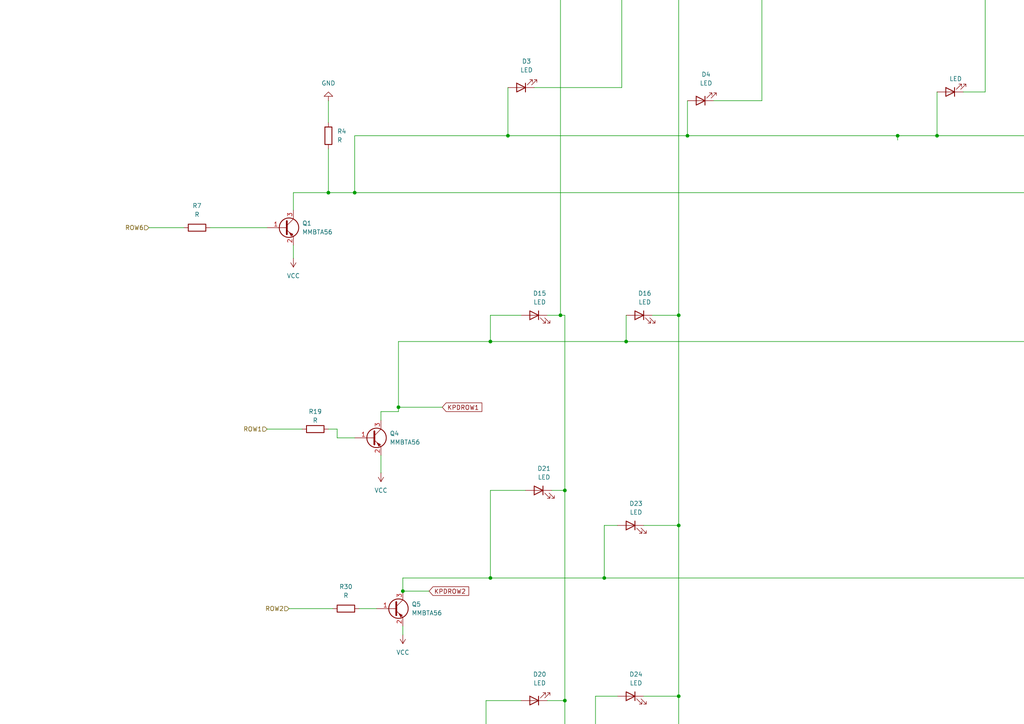
<source format=kicad_sch>
(kicad_sch (version 20231120) (generator "eeschema") (generator_version "8.0")
  (paper "A4")
  (lib_symbols
    (symbol "Device:LED" (pin_numbers hide) (pin_names (offset 1.016) hide)
      (property "Reference" "D" (at 0 2.54 0))
      (property "Value" "LED" (at 0 -2.54 0))
      (symbol "LED_0_1"
        (polyline (pts (xy -1.27 -1.27) (xy -1.27 1.27)) (stroke (width 0.254)))
        (polyline (pts (xy -1.27 0) (xy 1.27 0)))
        (polyline (pts (xy 1.27 -1.27) (xy 1.27 1.27) (xy -1.27 0) (xy 1.27 -1.27)) (stroke (width 0.254)))
        (polyline (pts (xy -3.048 -0.762) (xy -4.572 -2.286) (xy -3.81 -2.286) (xy -4.572 -2.286) (xy -4.572 -1.524)))
        (polyline (pts (xy -1.778 -0.762) (xy -3.302 -2.286) (xy -2.54 -2.286) (xy -3.302 -2.286) (xy -3.302 -1.524)))
      )
      (symbol "LED_1_1"
        (pin passive line (at -3.81 0 0) (length 2.54) (name "K") (number "1"))
        (pin passive line (at 3.81 0 180) (length 2.54) (name "A") (number "2"))
      )
    )
    (symbol "Device:R" (pin_numbers hide) (pin_names (offset 0))
      (property "Reference" "R" (at 2.032 0 90))
      (property "Value" "R" (at 0 0 90))
      (symbol "R_0_1"
        (rectangle (start -1.016 -2.54) (end 1.016 2.54) (stroke (width 0.254)))
      )
      (symbol "R_1_1"
        (pin passive line (at 0 3.81 270) (length 1.27) (name "~") (number "1"))
        (pin passive line (at 0 -3.81 90) (length 1.27) (name "~") (number "2"))
      )
    )
    (symbol "Transistor_BJT:MMBT2222A" (pin_names (offset 0) hide)
      (property "Reference" "Q" (at 5.08 1.905 0))
      (property "Value" "MMBT2222A" (at 5.08 0 0))
      (symbol "MMBT2222A_0_1"
        (polyline (pts (xy 0.635 0.635) (xy 2.54 2.54)))
        (polyline (pts (xy 0.635 -0.635) (xy 2.54 -2.54) (xy 2.54 -2.54)))
        (polyline (pts (xy 0.635 1.905) (xy 0.635 -1.905) (xy 0.635 -1.905)) (stroke (width 0.508)))
        (polyline (pts (xy 1.27 -1.778) (xy 1.778 -1.27) (xy 2.286 -2.286) (xy 1.27 -1.778) (xy 1.27 -1.778)) (fill (type outline)))
        (circle (center 1.27 0) (radius 2.8194) (stroke (width 0.254)))
      )
      (symbol "MMBT2222A_1_1"
        (pin input line (at -5.08 0 0) (length 5.715) (name "B") (number "1"))
        (pin passive line (at 2.54 -5.08 90) (length 2.54) (name "E") (number "2"))
        (pin passive line (at 2.54 5.08 270) (length 2.54) (name "C") (number "3"))
      )
    )
    (symbol "Transistor_BJT:MMBTA56" (pin_names (offset 0) hide)
      (property "Reference" "Q" (at 5.08 1.905 0))
      (property "Value" "MMBTA56" (at 5.08 0 0))
      (symbol "MMBTA56_0_1"
        (polyline (pts (xy 0 0) (xy 0.635 0)))
        (polyline (pts (xy 2.54 -2.54) (xy 0.635 -0.635)))
        (polyline (pts (xy 2.54 2.54) (xy 0.635 0.635)))
        (polyline (pts (xy 0.635 1.905) (xy 0.635 -1.905) (xy 0.635 -1.905)) (stroke (width 0.508)) (fill (type outline)))
        (polyline (pts (xy 1.905 -2.413) (xy 2.413 -1.905) (xy 1.397 -1.397) (xy 1.905 -2.413) (xy 1.905 -2.413)) (fill (type outline)))
        (circle (center 1.27 0) (radius 2.8194) (stroke (width 0.254)))
      )
      (symbol "MMBTA56_1_1"
        (pin input line (at -5.08 0 0) (length 5.08) (name "B") (number "1"))
        (pin passive line (at 2.54 -5.08 90) (length 2.54) (name "E") (number "2"))
        (pin passive line (at 2.54 5.08 270) (length 2.54) (name "C") (number "3"))
      )
    )
    (symbol "power:GND" (power) (pin_numbers hide) (pin_names (offset 0) hide)
      (property "Value" "GND" (at 0 -3.81 0))
      (symbol "GND_0_1"
        (polyline (pts (xy 0 0) (xy 0 -1.27) (xy 1.27 -1.27) (xy 0 -2.54) (xy -1.27 -1.27) (xy 0 -1.27)))
      )
      (symbol "GND_1_1"
        (pin power_in line (at 0 0 270) (length 0) (name "~") (number "1"))
      )
    )
    (symbol "power:VCC" (power) (pin_numbers hide) (pin_names (offset 0) hide)
      (property "Value" "VCC" (at 0 3.556 0))
      (symbol "VCC_0_1"
        (polyline (pts (xy -0.762 1.27) (xy 0 2.54)))
        (polyline (pts (xy 0 0) (xy 0 2.54)))
        (polyline (pts (xy 0 2.54) (xy 0.762 1.27)))
      )
      (symbol "VCC_1_1"
        (pin power_in line (at 0 0 90) (length 0) (name "~") (number "1"))
      )
    )
  )
  (junction (at 163.83 142.24))
  (junction (at 142.24 167.64))
  (junction (at 128.27 -27.94))
  (junction (at 196.85 91.44))
  (junction (at 384.81 -60.96))
  (junction (at 331.47 90.17))
  (junction (at 365.76 234.95))
  (junction (at 260.35 39.37))
  (junction (at 331.47 149.86))
  (junction (at 199.39 39.37))
  (junction (at 388.62 -100.33))
  (junction (at 95.25 55.88))
  (junction (at 140.97 217.17))
  (junction (at 203.2 -27.94))
  (junction (at 102.87 55.88))
  (junction (at 140.97 255.27))
  (junction (at 142.24 99.06))
  (junction (at 115.57 304.8))
  (junction (at 331.47 -44.45))
  (junction (at 365.76 -45.72))
  (junction (at 114.3 259.08))
  (junction (at 271.78 39.37))
  (junction (at 195.58 -116.84))
  (junction (at 162.56 91.44))
  (junction (at 391.16 -78.74))
  (junction (at 298.45 167.64))
  (junction (at 165.1 -27.94))
  (junction (at 196.85 152.4))
  (junction (at 365.76 200.66))
  (junction (at 300.99 99.06))
  (junction (at 317.5 255.27))
  (junction (at 311.15 217.17))
  (junction (at 175.26 167.64))
  (junction (at 170.18 255.27))
  (junction (at 288.29 -27.94))
  (junction (at 331.47 201.93))
  (junction (at 172.72 217.17))
  (junction (at 113.03 219.71))
  (junction (at 365.76 77.47))
  (junction (at 387.35 -128.27))
  (junction (at 115.57 118.11))
  (junction (at 251.46 -86.36))
  (junction (at 181.61 99.06))
  (junction (at 163.83 203.2))
  (junction (at 365.76 158.75))
  (junction (at 147.32 39.37))
  (junction (at 116.84 171.45))
  (junction (at 196.85 201.93))
  (wire (pts (xy 140.97 232.41) (xy 140.97 255.27)))
  (wire (pts (xy 115.57 325.12) (xy 115.57 326.39)))
  (wire (pts (xy 331.47 149.86) (xy 331.47 201.93)))
  (wire (pts (xy 60.96 66.04) (xy 77.47 66.04)))
  (wire (pts (xy 326.39 201.93) (xy 331.47 201.93)))
  (wire (pts (xy 391.16 -85.09) (xy 391.16 -78.74)))
  (wire (pts (xy 181.61 -124.46) (xy 172.72 -124.46)))
  (wire (pts (xy 115.57 99.06) (xy 115.57 118.11)))
  (wire (pts (xy 339.09 -45.72) (xy 339.09 -27.94)))
  (wire (pts (xy 107.95 322.58) (xy 107.95 320.04)))
  (wire (pts (xy 345.44 77.47) (xy 345.44 99.06)))
  (wire (pts (xy 95.25 29.21) (xy 95.25 35.56)))
  (wire (pts (xy 331.47 90.17) (xy 331.47 149.86)))
  (wire (pts (xy 113.03 231.14) (xy 113.03 233.68)))
  (wire (pts (xy 308.61 90.17) (xy 331.47 90.17)))
  (wire (pts (xy 359.41 77.47) (xy 365.76 77.47)))
  (wire (pts (xy 325.12 149.86) (xy 331.47 149.86)))
  (wire (pts (xy 172.72 201.93) (xy 172.72 217.17)))
  (wire (pts (xy 170.18 243.84) (xy 170.18 255.27)))
  (wire (pts (xy 345.44 77.47) (xy 351.79 77.47)))
  (wire (pts (xy 365.76 77.47) (xy 365.76 158.75)))
  (wire (pts (xy 162.56 91.44) (xy 158.75 91.44)))
  (wire (pts (xy 389.89 -78.74) (xy 391.16 -78.74)))
  (wire (pts (xy 163.83 203.2) (xy 163.83 142.24)))
  (wire (pts (xy 172.72 -124.46) (xy 172.72 -55.88)))
  (wire (pts (xy 160.02 142.24) (xy 163.83 142.24)))
  (wire (pts (xy 220.98 29.21) (xy 220.98 -54.61)))
  (wire (pts (xy 97.79 127) (xy 102.87 127)))
  (wire (pts (xy 147.32 39.37) (xy 199.39 39.37)))
  (wire (pts (xy 387.35 -116.84) (xy 387.35 -128.27)))
  (wire (pts (xy 260.35 39.37) (xy 199.39 39.37)))
  (wire (pts (xy 110.49 132.08) (xy 110.49 137.16)))
  (wire (pts (xy 271.78 26.67) (xy 271.78 39.37)))
  (wire (pts (xy 335.28 22.86) (xy 335.28 39.37)))
  (wire (pts (xy 163.83 232.41) (xy 163.83 203.2)))
  (wire (pts (xy 116.84 167.64) (xy 142.24 167.64)))
  (wire (pts (xy 388.62 -100.33) (xy 388.62 -88.9)))
  (wire (pts (xy 175.26 152.4) (xy 175.26 167.64)))
  (wire (pts (xy 85.09 55.88) (xy 85.09 60.96)))
  (wire (pts (xy 331.47 -78.74) (xy 331.47 -44.45)))
  (wire (pts (xy 391.16 -78.74) (xy 398.78 -78.74)))
  (wire (pts (xy 195.58 -116.84) (xy 387.35 -116.84)))
  (wire (pts (xy 300.99 99.06) (xy 345.44 99.06)))
  (wire (pts (xy 163.83 91.44) (xy 163.83 142.24)))
  (wire (pts (xy 116.84 181.61) (xy 116.84 184.15)))
  (wire (pts (xy 387.35 -128.27) (xy 393.7 -128.27)))
  (wire (pts (xy 237.49 -86.36) (xy 251.46 -86.36)))
  (wire (pts (xy 196.85 152.4) (xy 196.85 201.93)))
  (wire (pts (xy 365.76 234.95) (xy 365.76 200.66)))
  (wire (pts (xy 104.14 266.7) (xy 106.68 266.7)))
  (wire (pts (xy 151.13 203.2) (xy 140.97 203.2)))
  (wire (pts (xy 212.09 -86.36) (xy 212.09 -55.88)))
  (wire (pts (xy 162.56 -128.27) (xy 162.56 91.44)))
  (wire (pts (xy 85.09 71.12) (xy 85.09 74.93)))
  (wire (pts (xy 207.01 293.37) (xy 115.57 293.37)))
  (wire (pts (xy 85.09 55.88) (xy 95.25 55.88)))
  (wire (pts (xy 102.87 39.37) (xy 147.32 39.37)))
  (wire (pts (xy 251.46 -54.61) (xy 245.11 -54.61)))
  (wire (pts (xy 175.26 167.64) (xy 298.45 167.64)))
  (wire (pts (xy 181.61 243.84) (xy 196.85 243.84)))
  (wire (pts (xy 331.47 201.93) (xy 331.47 245.11)))
  (wire (pts (xy 365.76 -45.72) (xy 346.71 -45.72)))
  (wire (pts (xy 384.81 -60.96) (xy 391.16 -60.96)))
  (wire (pts (xy 196.85 91.44) (xy 196.85 152.4)))
  (wire (pts (xy 382.27 -78.74) (xy 331.47 -78.74)))
  (wire (pts (xy 82.55 322.58) (xy 92.71 322.58)))
  (wire (pts (xy 311.15 217.17) (xy 349.25 217.17)))
  (wire (pts (xy 356.87 200.66) (xy 365.76 200.66)))
  (wire (pts (xy 95.25 55.88) (xy 102.87 55.88)))
  (wire (pts (xy 179.07 152.4) (xy 175.26 152.4)))
  (wire (pts (xy 359.41 270.51) (xy 365.76 270.51)))
  (wire (pts (xy 260.35 40.64) (xy 260.35 39.37)))
  (wire (pts (xy 142.24 167.64) (xy 175.26 167.64)))
  (wire (pts (xy 388.62 -100.33) (xy 394.97 -100.33)))
  (wire (pts (xy 162.56 91.44) (xy 163.83 91.44)))
  (wire (pts (xy 345.44 22.86) (xy 335.28 22.86)))
  (wire (pts (xy 181.61 91.44) (xy 181.61 99.06)))
  (wire (pts (xy 142.24 91.44) (xy 142.24 99.06)))
  (wire (pts (xy 212.09 -86.36) (xy 229.87 -86.36)))
  (wire (pts (xy 102.87 55.88) (xy 102.87 39.37)))
  (wire (pts (xy 95.25 124.46) (xy 97.79 124.46)))
  (wire (pts (xy 110.49 119.38) (xy 115.57 119.38)))
  (wire (pts (xy 43.18 66.04) (xy 53.34 66.04)))
  (wire (pts (xy 157.48 232.41) (xy 163.83 232.41)))
  (wire (pts (xy 113.03 219.71) (xy 113.03 220.98)))
  (wire (pts (xy 375.92 -60.96) (xy 365.76 -60.96)))
  (wire (pts (xy 271.78 39.37) (xy 335.28 39.37)))
  (wire (pts (xy 154.94 25.4) (xy 180.34 25.4)))
  (wire (pts (xy 149.86 232.41) (xy 140.97 232.41)))
  (wire (pts (xy 165.1 -27.94) (xy 203.2 -27.94)))
  (wire (pts (xy 349.25 167.64) (xy 298.45 167.64)))
  (wire (pts (xy 349.25 200.66) (xy 349.25 217.17)))
  (wire (pts (xy 300.99 90.17) (xy 300.99 99.06)))
  (wire (pts (xy 86.36 -22.86) (xy 91.44 -22.86)))
  (wire (pts (xy 100.33 322.58) (xy 107.95 322.58)))
  (wire (pts (xy 364.49 -69.85) (xy 384.81 -69.85)))
  (wire (pts (xy 142.24 99.06) (xy 181.61 99.06)))
  (wire (pts (xy 199.39 39.37) (xy 199.39 29.21)))
  (wire (pts (xy 288.29 -44.45) (xy 288.29 -27.94)))
  (wire (pts (xy 162.56 -128.27) (xy 373.38 -128.27)))
  (wire (pts (xy 189.23 91.44) (xy 196.85 91.44)))
  (wire (pts (xy 114.3 255.27) (xy 114.3 259.08)))
  (wire (pts (xy 147.32 25.4) (xy 147.32 39.37)))
  (wire (pts (xy 196.85 -100.33) (xy 196.85 91.44)))
  (wire (pts (xy 187.96 -116.84) (xy 195.58 -116.84)))
  (wire (pts (xy 113.03 217.17) (xy 140.97 217.17)))
  (wire (pts (xy 100.33 226.06) (xy 105.41 226.06)))
  (wire (pts (xy 113.03 219.71) (xy 116.84 219.71)))
  (wire (pts (xy 381 -128.27) (xy 387.35 -128.27)))
  (wire (pts (xy 128.27 -27.94) (xy 165.1 -27.94)))
  (wire (pts (xy 207.01 270.51) (xy 207.01 293.37)))
  (wire (pts (xy 349.25 158.75) (xy 349.25 167.64)))
  (wire (pts (xy 203.2 -27.94) (xy 288.29 -27.94)))
  (wire (pts (xy 365.76 -60.96) (xy 365.76 -45.72)))
  (wire (pts (xy 207.01 270.51) (xy 351.79 270.51)))
  (wire (pts (xy 375.92 -85.09) (xy 391.16 -85.09)))
  (wire (pts (xy 346.71 255.27) (xy 346.71 234.95)))
  (wire (pts (xy 172.72 217.17) (xy 311.15 217.17)))
  (wire (pts (xy 386.08 -100.33) (xy 388.62 -100.33)))
  (wire (pts (xy 186.69 201.93) (xy 196.85 201.93)))
  (wire (pts (xy 113.03 217.17) (xy 113.03 219.71)))
  (wire (pts (xy 111.76 -27.94) (xy 128.27 -27.94)))
  (wire (pts (xy 140.97 203.2) (xy 140.97 217.17)))
  (wire (pts (xy 271.78 39.37) (xy 260.35 39.37)))
  (wire (pts (xy 384.81 -69.85) (xy 384.81 -60.96)))
  (wire (pts (xy 179.07 201.93) (xy 172.72 201.93)))
  (wire (pts (xy 86.36 226.06) (xy 92.71 226.06)))
  (wire (pts (xy 207.01 29.21) (xy 220.98 29.21)))
  (wire (pts (xy 115.57 304.8) (xy 115.57 314.96)))
  (wire (pts (xy 383.54 -60.96) (xy 384.81 -60.96)))
  (wire (pts (xy 111.76 -17.78) (xy 111.76 -13.97)))
  (wire (pts (xy 196.85 201.93) (xy 196.85 243.84)))
  (wire (pts (xy 299.72 -44.45) (xy 288.29 -44.45)))
  (wire (pts (xy 142.24 142.24) (xy 152.4 142.24)))
  (wire (pts (xy 151.13 91.44) (xy 142.24 91.44)))
  (wire (pts (xy 365.76 200.66) (xy 365.76 158.75)))
  (wire (pts (xy 115.57 304.8) (xy 120.65 304.8)))
  (wire (pts (xy 181.61 99.06) (xy 300.99 99.06)))
  (wire (pts (xy 311.15 201.93) (xy 311.15 217.17)))
  (wire (pts (xy 83.82 176.53) (xy 96.52 176.53)))
  (wire (pts (xy 251.46 -86.36) (xy 251.46 -88.9)))
  (wire (pts (xy 356.87 -69.85) (xy 356.87 22.86)))
  (wire (pts (xy 102.87 55.88) (xy 339.09 55.88)))
  (wire (pts (xy 298.45 149.86) (xy 298.45 167.64)))
  (wire (pts (xy 95.25 43.18) (xy 95.25 55.88)))
  (wire (pts (xy 307.34 -44.45) (xy 331.47 -44.45)))
  (wire (pts (xy 368.3 -85.09) (xy 285.75 -85.09)))
  (wire (pts (xy 165.1 -55.88) (xy 165.1 -27.94)))
  (wire (pts (xy 203.2 -55.88) (xy 203.2 -27.94)))
  (wire (pts (xy 186.69 152.4) (xy 196.85 152.4)))
  (wire (pts (xy 158.75 203.2) (xy 163.83 203.2)))
  (wire (pts (xy 189.23 -124.46) (xy 195.58 -124.46)))
  (wire (pts (xy 325.12 245.11) (xy 331.47 245.11)))
  (wire (pts (xy 359.41 234.95) (xy 365.76 234.95)))
  (wire (pts (xy 110.49 119.38) (xy 110.49 121.92)))
  (wire (pts (xy 114.3 259.08) (xy 114.3 261.62)))
  (wire (pts (xy 365.76 -45.72) (xy 365.76 77.47)))
  (wire (pts (xy 220.98 -54.61) (xy 237.49 -54.61)))
  (wire (pts (xy 114.3 271.78) (xy 114.3 274.32)))
  (wire (pts (xy 212.09 -55.88) (xy 210.82 -55.88)))
  (wire (pts (xy 99.06 -22.86) (xy 104.14 -22.86)))
  (wire (pts (xy 365.76 270.51) (xy 365.76 234.95)))
  (wire (pts (xy 115.57 118.11) (xy 115.57 119.38)))
  (wire (pts (xy 77.47 124.46) (xy 87.63 124.46)))
  (wire (pts (xy 115.57 99.06) (xy 142.24 99.06)))
  (wire (pts (xy 128.27 -55.88) (xy 128.27 -48.26)))
  (wire (pts (xy 116.84 171.45) (xy 124.46 171.45)))
  (wire (pts (xy 114.3 255.27) (xy 140.97 255.27)))
  (wire (pts (xy 91.44 266.7) (xy 96.52 266.7)))
  (wire (pts (xy 180.34 -116.84) (xy 180.34 25.4)))
  (wire (pts (xy 331.47 -44.45) (xy 331.47 90.17)))
  (wire (pts (xy 115.57 118.11) (xy 128.27 118.11)))
  (wire (pts (xy 140.97 255.27) (xy 170.18 255.27)))
  (wire (pts (xy 173.99 243.84) (xy 170.18 243.84)))
  (wire (pts (xy 288.29 -27.94) (xy 339.09 -27.94)))
  (wire (pts (xy 346.71 234.95) (xy 351.79 234.95)))
  (wire (pts (xy 311.15 201.93) (xy 318.77 201.93)))
  (wire (pts (xy 142.24 142.24) (xy 142.24 167.64)))
  (wire (pts (xy 356.87 158.75) (xy 365.76 158.75)))
  (wire (pts (xy 285.75 -85.09) (xy 285.75 26.67)))
  (wire (pts (xy 317.5 255.27) (xy 346.71 255.27)))
  (wire (pts (xy 356.87 22.86) (xy 353.06 22.86)))
  (wire (pts (xy 114.3 259.08) (xy 118.11 259.08)))
  (wire (pts (xy 378.46 -100.33) (xy 196.85 -100.33)))
  (wire (pts (xy 128.27 -40.64) (xy 128.27 -27.94)))
  (wire (pts (xy 298.45 149.86) (xy 317.5 149.86)))
  (wire (pts (xy 170.18 255.27) (xy 317.5 255.27)))
  (wire (pts (xy 195.58 -124.46) (xy 195.58 -116.84)))
  (wire (pts (xy 317.5 245.11) (xy 317.5 255.27)))
  (wire (pts (xy 251.46 -86.36) (xy 251.46 -54.61)))
  (wire (pts (xy 251.46 -88.9) (xy 388.62 -88.9)))
  (wire (pts (xy 116.84 167.64) (xy 116.84 171.45)))
  (wire (pts (xy 104.14 176.53) (xy 109.22 176.53)))
  (wire (pts (xy 97.79 124.46) (xy 97.79 127)))
  (wire (pts (xy 285.75 26.67) (xy 279.4 26.67)))
  (wire (pts (xy 115.57 293.37) (xy 115.57 304.8)))
  (wire (pts (xy 140.97 217.17) (xy 172.72 217.17)))
  (global_label "KPDROW4" (shape input) (at 118.11 259.08 0) (property "Intersheetrefs" "${INTERSHEET_REFS}" (effects (hide yes))))
  (global_label "KPDROW3" (shape input) (at 116.84 219.71 0) (property "Intersheetrefs" "${INTERSHEET_REFS}" (effects (hide yes))))
  (global_label "KPDROW1" (shape input) (at 128.27 118.11 0) (property "Intersheetrefs" "${INTERSHEET_REFS}" (effects (hide yes))))
  (global_label "KPDROW2" (shape input) (at 124.46 171.45 0) (property "Intersheetrefs" "${INTERSHEET_REFS}" (effects (hide yes))))
  (global_label "KPDROW5" (shape input) (at 120.65 304.8 0) (property "Intersheetrefs" "${INTERSHEET_REFS}" (effects (hide yes))))
  (hierarchical_label "ROW3" (shape input) (at 86.36 226.06 180))
  (hierarchical_label "ROW1" (shape input) (at 77.47 124.46 180))
  (hierarchical_label "COL4" (shape input) (at 393.7 -128.27 0))
  (hierarchical_label "ROW7" (shape input) (at 86.36 -22.86 180))
  (hierarchical_label "ROW4" (shape input) (at 91.44 266.7 180))
  (hierarchical_label "COL3" (shape input) (at 394.97 -100.33 0))
  (hierarchical_label "ROW2" (shape input) (at 83.82 176.53 180))
  (hierarchical_label "COL2" (shape input) (at 398.78 -78.74 0))
  (hierarchical_label "ROW6" (shape input) (at 43.18 66.04 180))
  (hierarchical_label "COL1" (shape input) (at 391.16 -60.96 0))
  (hierarchical_label "ROW5" (shape input) (at 82.55 322.58 180))
  (symbol (lib_id "Device:R") (at 377.19 -128.27 90) (unit 1)
    (property "Reference" "R29" (at 377.19 -133.35 90))
    (property "Value" "R1000" (at 377.19 -130.81 90))
    (property "Footprint" "Resistor_SMD:R_0603_1608Metric_Pad0.98x0.95mm_HandSolder" (effects (hide yes)))
    (property "Description" "Resistor" (effects (hide yes)))
  )
  (symbol (lib_id "Device:LED") (at 207.01 -55.88 180) (unit 1)
    (property "Reference" "D7" (at 208.5975 -63.5 0))
    (property "Value" "LED" (at 208.5975 -60.96 0))
    (property "Footprint" "LED_SMD:LED_1206_3216Metric_ReverseMount_Hole1.8x2.4mm" (effects (hide yes)))
    (property "Description" "Light emitting diode" (effects (hide yes)))
  )
  (symbol (lib_id "Device:LED") (at 153.67 232.41 180) (unit 1)
    (property "Reference" "D30" (at 155.2575 224.79 0))
    (property "Value" "LED" (at 155.2575 227.33 0))
    (property "Footprint" "LED_SMD:LED_1206_3216Metric_ReverseMount_Hole1.8x2.4mm" (effects (hide yes)))
    (property "Description" "Light emitting diode" (effects (hide yes)))
  )
  (symbol (lib_id "power:VCC") (at 116.84 184.15 180) (unit 1)
    (property "Reference" "#PWR016" (effects (hide yes)))
    (property "Value" "VCC" (at 116.84 189.23 0))
    (property "Description" "Power symbol creates a global label with name \"VCC\"" (effects (hide yes)))
  )
  (symbol (lib_id "Device:LED") (at 156.21 142.24 0) (mirror y) (unit 1)
    (property "Reference" "D21" (at 157.7975 135.89 0))
    (property "Value" "LED" (at 157.7975 138.43 0))
    (property "Footprint" "LED_SMD:LED_1206_3216Metric_ReverseMount_Hole1.8x2.4mm" (effects (hide yes)))
    (property "Description" "Light emitting diode" (effects (hide yes)))
  )
  (symbol (lib_id "Device:LED") (at 355.6 77.47 0) (mirror y) (unit 1)
    (property "Reference" "D19" (effects (hide yes)))
    (property "Value" "LED" (at 357.1875 73.66 0))
    (property "Footprint" "LED_SMD:LED_1206_3216Metric_ReverseMount_Hole1.8x2.4mm" (effects (hide yes)))
    (property "Description" "Light emitting diode" (effects (hide yes)))
  )
  (symbol (lib_id "Device:LED") (at 342.9 -45.72 180) (unit 1)
    (property "Reference" "D10" (at 344.4875 -52.6636 0))
    (property "Value" "LED" (at 344.4875 -50.1236 0))
    (property "Footprint" "LED_SMD:LED_1206_3216Metric_ReverseMount_Hole1.8x2.4mm" (effects (hide yes)))
    (property "Description" "Light emitting diode" (effects (hide yes)))
  )
  (symbol (lib_id "Device:LED") (at 177.8 243.84 0) (mirror y) (unit 1)
    (property "Reference" "D32" (at 179.3875 237.49 0))
    (property "Value" "LED" (at 179.3875 240.03 0))
    (property "Footprint" "LED_SMD:LED_1206_3216Metric_ReverseMount_Hole1.8x2.4mm" (effects (hide yes)))
    (property "Description" "Light emitting diode" (effects (hide yes)))
  )
  (symbol (lib_id "Device:LED") (at 355.6 234.95 0) (mirror y) (unit 1)
    (property "Reference" "D35" (at 357.1875 228.6 0))
    (property "Value" "LED" (at 357.1875 231.14 0))
    (property "Footprint" "LED_SMD:LED_1206_3216Metric_ReverseMount_Hole1.8x2.4mm" (effects (hide yes)))
    (property "Description" "Light emitting diode" (effects (hide yes)))
  )
  (symbol (lib_id "power:VCC") (at 115.57 326.39 180) (unit 1)
    (property "Reference" "#PWR021" (effects (hide yes)))
    (property "Value" "VCC" (at 115.57 331.47 0))
    (property "Description" "Power symbol creates a global label with name \"VCC\"" (effects (hide yes)))
  )
  (symbol (lib_id "Device:LED") (at 353.06 200.66 0) (mirror y) (unit 1)
    (property "Reference" "D29" (at 354.6475 194.31 0))
    (property "Value" "LED" (at 354.6475 196.85 0))
    (property "Footprint" "LED_SMD:LED_1206_3216Metric_ReverseMount_Hole1.8x2.4mm" (effects (hide yes)))
    (property "Description" "Light emitting diode" (effects (hide yes)))
  )
  (symbol (lib_id "Device:LED") (at 353.06 158.75 0) (mirror y) (unit 1)
    (property "Reference" "D28" (at 354.6475 152.4 0))
    (property "Value" "LED" (at 354.6475 154.94 0))
    (property "Footprint" "LED_SMD:LED_1206_3216Metric_ReverseMount_Hole1.8x2.4mm" (effects (hide yes)))
    (property "Description" "Light emitting diode" (effects (hide yes)))
  )
  (symbol (lib_id "Device:R") (at 185.42 -124.46 90) (unit 1)
    (property "Reference" "R6" (at 185.42 -129.54 90))
    (property "Value" "R" (at 185.42 -127 90))
    (property "Footprint" "Resistor_SMD:R_0603_1608Metric_Pad0.98x0.95mm_HandSolder" (effects (hide yes)))
    (property "Description" "Resistor" (effects (hide yes)))
  )
  (symbol (lib_id "Device:LED") (at 151.13 25.4 180) (unit 1)
    (property "Reference" "D3" (at 152.7175 17.78 0))
    (property "Value" "LED" (at 152.7175 20.32 0))
    (property "Footprint" "LED_SMD:LED_1206_3216Metric_ReverseMount_Hole1.8x2.4mm" (effects (hide yes)))
    (property "Description" "Light emitting diode" (effects (hide yes)))
  )
  (symbol (lib_id "Transistor_BJT:MMBTA56") (at 82.55 66.04 0) (unit 1)
    (property "Reference" "Q1" (at 87.63 64.7699 0) (effects (justify left)))
    (property "Value" "MMBTA56" (at 87.63 67.3099 0) (effects (justify left)))
    (property "Footprint" "Package_TO_SOT_SMD:SOT-23" (effects (hide yes)))
    (property "Datasheet" "https://diotec.com/request/datasheet/mmbta56.pdf" (effects (hide yes)))
    (property "Description" "0.5A Ic, 80V Vce, general purpose PNP" (effects (hide yes)))
  )
  (symbol (lib_id "Device:R") (at 360.68 -69.85 270) (unit 1)
    (property "Reference" "R11" (at 360.68 -76.2 90))
    (property "Value" "R" (at 360.68 -73.66 90))
    (property "Footprint" "Resistor_SMD:R_0603_1608Metric_Pad0.98x0.95mm_HandSolder" (effects (hide yes)))
    (property "Description" "Resistor" (effects (hide yes)))
  )
  (symbol (lib_id "Device:LED") (at 168.91 -55.88 180) (unit 1)
    (property "Reference" "D1" (at 170.4975 -62.23 0))
    (property "Value" "LED" (at 170.4975 -59.69 0))
    (property "Footprint" "LED_SMD:LED_1206_3216Metric_ReverseMount_Hole1.8x2.4mm" (effects (hide yes)))
    (property "Description" "Light emitting diode" (effects (hide yes)))
  )
  (symbol (lib_id "power:GND") (at 95.25 29.21 0) (mirror x) (unit 1)
    (property "Reference" "#PWR012" (effects (hide yes)))
    (property "Value" "GND" (at 95.25 24.13 0))
    (property "Description" "Power symbol creates a global label with name \"GND\" , ground" (effects (hide yes)))
  )
  (symbol (lib_id "Transistor_BJT:MMBT2222A") (at 113.03 320.04 0) (unit 1)
    (property "Reference" "Q9" (at 118.11 318.7699 0) (effects (justify left)))
    (property "Value" "MMBT2222A" (at 118.11 321.3099 0) (effects (justify left)))
    (property "Footprint" "Package_TO_SOT_SMD:SOT-23" (effects (hide yes)))
    (property "Datasheet" "https://assets.nexperia.com/documents/data-sheet/MMBT2222A.pdf" (effects (hide yes)))
    (property "Description" "600mA Ic, 40V Vce, NPN Transistor, SOT-23" (effects (hide yes)))
  )
  (symbol (lib_id "Device:R") (at 96.52 226.06 270) (unit 1)
    (property "Reference" "R42" (at 96.52 219.71 90))
    (property "Value" "R" (at 96.52 222.25 90))
    (property "Footprint" "Resistor_SMD:R_0603_1608Metric_Pad0.98x0.95mm_HandSolder" (effects (hide yes)))
    (property "Description" "Resistor" (effects (hide yes)))
  )
  (symbol (lib_id "Transistor_BJT:MMBTA56") (at 110.49 226.06 0) (unit 1)
    (property "Reference" "Q6" (at 115.57 224.7899 0) (effects (justify left)))
    (property "Value" "MMBTA56" (at 115.57 227.3299 0) (effects (justify left)))
    (property "Footprint" "Package_TO_SOT_SMD:SOT-23" (effects (hide yes)))
    (property "Datasheet" "https://diotec.com/request/datasheet/mmbta56.pdf" (effects (hide yes)))
    (property "Description" "0.5A Ic, 80V Vce, general purpose PNP" (effects (hide yes)))
  )
  (symbol (lib_id "Device:LED") (at 182.88 201.93 0) (mirror y) (unit 1)
    (property "Reference" "D24" (at 184.4675 195.58 0))
    (property "Value" "LED" (at 184.4675 198.12 0))
    (property "Footprint" "LED_SMD:LED_1206_3216Metric_ReverseMount_Hole1.8x2.4mm" (effects (hide yes)))
    (property "Description" "Light emitting diode" (effects (hide yes)))
  )
  (symbol (lib_id "Device:LED") (at 203.2 29.21 180) (unit 1)
    (property "Reference" "D4" (at 204.7875 21.59 0))
    (property "Value" "LED" (at 204.7875 24.13 0))
    (property "Footprint" "LED_SMD:LED_1206_3216Metric_ReverseMount_Hole1.8x2.4mm" (effects (hide yes)))
    (property "Description" "Light emitting diode" (effects (hide yes)))
  )
  (symbol (lib_id "Device:LED") (at 303.53 -44.45 180) (unit 1)
    (property "Reference" "D6" (at 305.1175 -52.07 0))
    (property "Value" "LED" (at 305.1175 -49.53 0))
    (property "Footprint" "LED_SMD:LED_1206_3216Metric_ReverseMount_Hole1.8x2.4mm" (effects (hide yes)))
    (property "Description" "Light emitting diode" (effects (hide yes)))
  )
  (symbol (lib_id "power:VCC") (at 113.03 233.68 180) (unit 1)
    (property "Reference" "#PWR017" (effects (hide yes)))
    (property "Value" "VCC" (at 113.03 238.76 0))
    (property "Description" "Power symbol creates a global label with name \"VCC\"" (effects (hide yes)))
  )
  (symbol (lib_id "power:VCC") (at 110.49 137.16 180) (unit 1)
    (property "Reference" "#PWR015" (effects (hide yes)))
    (property "Value" "VCC" (at 110.49 142.24 0))
    (property "Description" "Power symbol creates a global label with name \"VCC\"" (effects (hide yes)))
  )
  (symbol (lib_id "Device:R") (at 100.33 176.53 270) (unit 1)
    (property "Reference" "R30" (at 100.33 170.18 90))
    (property "Value" "R" (at 100.33 172.72 90))
    (property "Footprint" "Resistor_SMD:R_0603_1608Metric_Pad0.98x0.95mm_HandSolder" (effects (hide yes)))
    (property "Description" "Resistor" (effects (hide yes)))
  )
  (symbol (lib_id "power:VCC") (at 111.76 -13.97 0) (mirror x) (unit 1)
    (property "Reference" "#PWR014" (effects (hide yes)))
    (property "Value" "VCC" (at 111.76 -8.89 0))
    (property "Description" "Power symbol creates a global label with name \"VCC\"" (effects (hide yes)))
  )
  (symbol (lib_id "Device:LED") (at 321.31 245.11 0) (mirror y) (unit 1)
    (property "Reference" "D34" (at 322.8975 238.76 0))
    (property "Value" "LED" (at 322.8975 241.3 0))
    (property "Footprint" "LED_SMD:LED_1206_3216Metric_ReverseMount_Hole1.8x2.4mm" (effects (hide yes)))
    (property "Description" "Light emitting diode" (effects (hide yes)))
  )
  (symbol (lib_id "Device:R") (at 379.73 -60.96 270) (unit 1)
    (property "Reference" "R1" (at 379.73 -66.04 90))
    (property "Value" "R1000" (at 379.73 -63.5 90))
    (property "Footprint" "Resistor_SMD:R_0603_1608Metric_Pad0.98x0.95mm_HandSolder" (effects (hide yes)))
    (property "Description" "Resistor" (effects (hide yes)))
  )
  (symbol (lib_id "Device:R") (at 96.52 322.58 270) (unit 1)
    (property "Reference" "R48" (at 96.52 316.23 90))
    (property "Value" "R" (at 96.52 318.77 90))
    (property "Footprint" "Resistor_SMD:R_0603_1608Metric_Pad0.98x0.95mm_HandSolder" (effects (hide yes)))
    (property "Description" "Resistor" (effects (hide yes)))
  )
  (symbol (lib_id "Device:R") (at 372.11 -85.09 270) (unit 1)
    (property "Reference" "R12" (at 372.11 -90.17 90))
    (property "Value" "R" (at 372.11 -87.63 90))
    (property "Footprint" "Resistor_SMD:R_0603_1608Metric_Pad0.98x0.95mm_HandSolder" (effects (hide yes)))
    (property "Description" "Resistor" (effects (hide yes)))
  )
  (symbol (lib_id "Device:LED") (at 275.59 26.67 180) (unit 1)
    (property "Reference" "D2" (effects (hide yes)))
    (property "Value" "LED" (at 277.1775 22.86 0))
    (property "Footprint" "LED_SMD:LED_1206_3216Metric_ReverseMount_Hole1.8x2.4mm" (effects (hide yes)))
    (property "Description" "Light emitting diode" (effects (hide yes)))
  )
  (symbol (lib_id "Device:LED") (at 154.94 203.2 180) (unit 1)
    (property "Reference" "D20" (at 156.5275 195.58 0))
    (property "Value" "LED" (at 156.5275 198.12 0))
    (property "Footprint" "LED_SMD:LED_1206_3216Metric_ReverseMount_Hole1.8x2.4mm" (effects (hide yes)))
    (property "Description" "Light emitting diode" (effects (hide yes)))
  )
  (symbol (lib_id "Device:LED") (at 304.8 90.17 0) (mirror y) (unit 1)
    (property "Reference" "D18" (effects (hide yes)))
    (property "Value" "LED" (at 306.3875 86.36 0))
    (property "Footprint" "LED_SMD:LED_1206_3216Metric_ReverseMount_Hole1.8x2.4mm" (effects (hide yes)))
    (property "Description" "Light emitting diode" (effects (hide yes)))
  )
  (symbol (lib_id "power:VCC") (at 114.3 274.32 180) (unit 1)
    (property "Reference" "#PWR018" (effects (hide yes)))
    (property "Value" "VCC" (at 114.3 279.4 0))
    (property "Description" "Power symbol creates a global label with name \"VCC\"" (effects (hide yes)))
  )
  (symbol (lib_id "Device:R") (at 91.44 124.46 90) (mirror x) (unit 1)
    (property "Reference" "R19" (at 91.44 119.38 90))
    (property "Value" "R" (at 91.44 121.92 90))
    (property "Footprint" "Resistor_SMD:R_0603_1608Metric_Pad0.98x0.95mm_HandSolder" (effects (hide yes)))
    (property "Description" "Resistor" (effects (hide yes)))
  )
  (symbol (lib_id "Device:R") (at 128.27 -44.45 0) (unit 1)
    (property "Reference" "R9" (at 132.08 -45.7201 0) (effects (justify left)))
    (property "Value" "R" (at 132.08 -43.1801 0) (effects (justify left)))
    (property "Footprint" "Resistor_SMD:R_0603_1608Metric_Pad0.98x0.95mm_HandSolder" (effects (hide yes)))
    (property "Description" "Resistor" (effects (hide yes)))
  )
  (symbol (lib_id "Device:LED") (at 154.94 91.44 0) (mirror y) (unit 1)
    (property "Reference" "D15" (at 156.5275 85.09 0))
    (property "Value" "LED" (at 156.5275 87.63 0))
    (property "Footprint" "LED_SMD:LED_1206_3216Metric_ReverseMount_Hole1.8x2.4mm" (effects (hide yes)))
    (property "Description" "Light emitting diode" (effects (hide yes)))
  )
  (symbol (lib_id "Transistor_BJT:MMBTA56") (at 114.3 176.53 0) (unit 1)
    (property "Reference" "Q5" (at 119.38 175.2599 0) (effects (justify left)))
    (property "Value" "MMBTA56" (at 119.38 177.7999 0) (effects (justify left)))
    (property "Footprint" "Package_TO_SOT_SMD:SOT-23" (effects (hide yes)))
    (property "Datasheet" "https://diotec.com/request/datasheet/mmbta56.pdf" (effects (hide yes)))
    (property "Description" "0.5A Ic, 80V Vce, general purpose PNP" (effects (hide yes)))
  )
  (symbol (lib_id "Transistor_BJT:MMBTA56") (at 109.22 -22.86 0) (unit 1)
    (property "Reference" "Q2" (at 114.3 -24.1301 0) (effects (justify left)))
    (property "Value" "MMBTA56" (at 114.3 -21.5901 0) (effects (justify left)))
    (property "Footprint" "Package_TO_SOT_SMD:SOT-23" (effects (hide yes)))
    (property "Datasheet" "https://diotec.com/request/datasheet/mmbta56.pdf" (effects (hide yes)))
    (property "Description" "0.5A Ic, 80V Vce, general purpose PNP" (effects (hide yes)))
  )
  (symbol (lib_id "Device:R") (at 95.25 39.37 180) (unit 1)
    (property "Reference" "R4" (at 97.79 38.0999 0) (effects (justify right)))
    (property "Value" "R" (at 97.79 40.6399 0) (effects (justify right)))
    (property "Footprint" "Resistor_SMD:R_0603_1608Metric_Pad0.98x0.95mm_HandSolder" (effects (hide yes)))
    (property "Description" "Resistor" (effects (hide yes)))
  )
  (symbol (lib_id "Device:LED") (at 185.42 91.44 0) (mirror y) (unit 1)
    (property "Reference" "D16" (at 187.0075 85.09 0))
    (property "Value" "LED" (at 187.0075 87.63 0))
    (property "Footprint" "LED_SMD:LED_1206_3216Metric_ReverseMount_Hole1.8x2.4mm" (effects (hide yes)))
    (property "Description" "Light emitting diode" (effects (hide yes)))
  )
  (symbol (lib_id "Device:R") (at 184.15 -116.84 270) (unit 1)
    (property "Reference" "R5" (at 184.15 -121.92 90))
    (property "Value" "R" (at 184.15 -119.38 90))
    (property "Footprint" "Resistor_SMD:R_0603_1608Metric_Pad0.98x0.95mm_HandSolder" (effects (hide yes)))
    (property "Description" "Resistor" (effects (hide yes)))
  )
  (symbol (lib_id "Transistor_BJT:MMBTA56") (at 111.76 266.7 0) (unit 1)
    (property "Reference" "Q7" (at 116.84 265.4299 0) (effects (justify left)))
    (property "Value" "MMBTA56" (at 116.84 267.9699 0) (effects (justify left)))
    (property "Footprint" "Package_TO_SOT_SMD:SOT-23" (effects (hide yes)))
    (property "Datasheet" "https://diotec.com/request/datasheet/mmbta56.pdf" (effects (hide yes)))
    (property "Description" "0.5A Ic, 80V Vce, general purpose PNP" (effects (hide yes)))
  )
  (symbol (lib_id "Transistor_BJT:MMBTA56") (at 107.95 127 0) (unit 1)
    (property "Reference" "Q4" (at 113.03 125.7299 0) (effects (justify left)))
    (property "Value" "MMBTA56" (at 113.03 128.2699 0) (effects (justify left)))
    (property "Footprint" "Package_TO_SOT_SMD:SOT-23" (effects (hide yes)))
    (property "Datasheet" "https://diotec.com/request/datasheet/mmbta56.pdf" (effects (hide yes)))
    (property "Description" "0.5A Ic, 80V Vce, general purpose PNP" (effects (hide yes)))
  )
  (symbol (lib_id "Device:LED") (at 322.58 201.93 180) (unit 1)
    (property "Reference" "D27" (at 325.4376 204.47 90) (effects (justify left)))
    (property "Value" "LED" (at 322.8976 204.47 90) (effects (justify left)))
    (property "Footprint" "LED_SMD:LED_1206_3216Metric_ReverseMount_Hole1.8x2.4mm" (effects (hide yes)))
    (property "Description" "Light emitting diode" (effects (hide yes)))
  )
  (symbol (lib_id "Device:R") (at 241.3 -54.61 270) (unit 1)
    (property "Reference" "R8" (at 241.3 -59.69 90))
    (property "Value" "R" (at 241.3 -57.15 90))
    (property "Footprint" "Resistor_SMD:R_0603_1608Metric_Pad0.98x0.95mm_HandSolder" (effects (hide yes)))
    (property "Description" "Resistor" (effects (hide yes)))
  )
  (symbol (lib_id "Device:R") (at 100.33 266.7 90) (unit 1)
    (property "Reference" "R43" (at 100.33 260.35 90))
    (property "Value" "R" (at 100.33 262.89 90))
    (property "Footprint" "Resistor_SMD:R_0603_1608Metric_Pad0.98x0.95mm_HandSolder" (effects (hide yes)))
    (property "Description" "Resistor" (effects (hide yes)))
  )
  (symbol (lib_id "Device:LED") (at 182.88 152.4 0) (mirror y) (unit 1)
    (property "Reference" "D23" (at 184.4675 146.05 0))
    (property "Value" "LED" (at 184.4675 148.59 0))
    (property "Footprint" "LED_SMD:LED_1206_3216Metric_ReverseMount_Hole1.8x2.4mm" (effects (hide yes)))
    (property "Description" "Light emitting diode" (effects (hide yes)))
  )
  (symbol (lib_id "power:VCC") (at 85.09 74.93 0) (mirror x) (unit 1)
    (property "Reference" "#PWR013" (effects (hide yes)))
    (property "Value" "VCC" (at 85.09 80.01 0))
    (property "Description" "Power symbol creates a global label with name \"VCC\"" (effects (hide yes)))
  )
  (symbol (lib_id "Device:R") (at 382.27 -100.33 90) (unit 1)
    (property "Reference" "R33" (at 382.27 -106.68 90))
    (property "Value" "R" (at 382.27 -104.14 90))
    (property "Footprint" "Resistor_SMD:R_0603_1608Metric_Pad0.98x0.95mm_HandSolder" (effects (hide yes)))
    (property "Description" "Resistor" (effects (hide yes)))
  )
  (symbol (lib_id "Device:LED") (at 321.31 149.86 0) (mirror y) (unit 1)
    (property "Reference" "D26" (at 322.8975 143.51 0))
    (property "Value" "LED" (at 322.8975 146.05 0))
    (property "Footprint" "LED_SMD:LED_1206_3216Metric_ReverseMount_Hole1.8x2.4mm" (effects (hide yes)))
    (property "Description" "Light emitting diode" (effects (hide yes)))
  )
  (symbol (lib_id "Device:R") (at 95.25 -22.86 90) (mirror x) (unit 1)
    (property "Reference" "R2" (at 95.25 -27.94 90))
    (property "Value" "R" (at 95.25 -25.4 90))
    (property "Footprint" "Resistor_SMD:R_0603_1608Metric_Pad0.98x0.95mm_HandSolder" (effects (hide yes)))
    (property "Description" "Resistor" (effects (hide yes)))
  )
  (symbol (lib_id "Device:R") (at 57.15 66.04 270) (unit 1)
    (property "Reference" "R7" (at 57.15 59.69 90))
    (property "Value" "R" (at 57.15 62.23 90))
    (property "Footprint" "Resistor_SMD:R_0603_1608Metric_Pad0.98x0.95mm_HandSolder" (effects (hide yes)))
    (property "Description" "Resistor" (effects (hide yes)))
  )
  (symbol (lib_id "Device:LED") (at 349.25 22.86 0) (mirror y) (unit 1)
    (property "Reference" "D13" (at 350.8375 16.51 0))
    (property "Value" "LED" (at 350.8375 19.05 0))
    (property "Footprint" "LED_SMD:LED_1206_3216Metric_ReverseMount_Hole1.8x2.4mm" (effects (hide yes)))
    (property "Description" "Light emitting diode" (effects (hide yes)))
  )
  (symbol (lib_id "Device:R") (at 386.08 -78.74 90) (unit 1)
    (property "Reference" "R10" (at 386.08 -83.82 90))
    (property "Value" "R1000" (at 386.08 -81.28 90))
    (property "Footprint" "Resistor_SMD:R_0603_1608Metric_Pad0.98x0.95mm_HandSolder" (effects (hide yes)))
    (property "Description" "Resistor" (effects (hide yes)))
  )
  (symbol (lib_id "Device:R") (at 233.68 -86.36 270) (unit 1)
    (property "Reference" "R3" (at 233.68 -91.44 90))
    (property "Value" "R" (at 233.68 -88.9 90))
    (property "Footprint" "Resistor_SMD:R_0603_1608Metric_Pad0.98x0.95mm_HandSolder" (effects (hide yes)))
    (property "Description" "Resistor" (effects (hide yes)))
  )
  (symbol (lib_id "Device:LED") (at 355.6 270.51 180) (unit 1)
    (property "Reference" "D38" (at 357.1875 262.8129 0))
    (property "Value" "LED" (at 357.1875 265.3529 0))
    (property "Footprint" "LED_SMD:LED_1206_3216Metric_ReverseMount_Hole1.8x2.4mm" (effects (hide yes)))
    (property "Description" "Light emitting diode" (effects (hide yes)))
  )
  (symbol (lib_id "power:GND") (at 128.27 -55.88 0) (mirror x) (unit 1)
    (property "Reference" "#PWR022" (effects (hide yes)))
    (property "Value" "GND" (at 128.27 -60.96 0))
    (property "Description" "Power symbol creates a global label with name \"GND\" , ground" (effects (hide yes)))
  )
)
</source>
